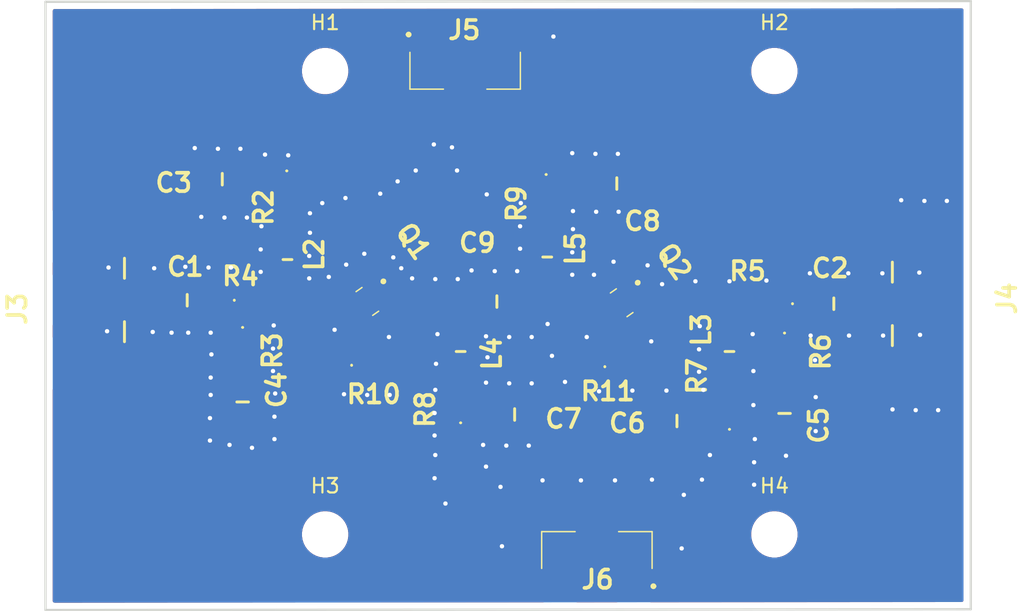
<source format=kicad_pcb>
(kicad_pcb (version 20240108) (generator "pcbnew") (generator_version "8.0")
  (layers (0 "F.Cu" signal) (31 "B.Cu" signal) (34 "B.Paste" user) (35 "F.Paste" user) (36 "B.SilkS" user "B.Silkscreen") (37 "F.SilkS" user "F.Silkscreen") (38 "B.Mask" user) (39 "F.Mask" user) (44 "Edge.Cuts" user))
  (net 0 "")
  (net 1 "GND")
  (net 2 "Net-(Q1-GATE)")
  (net 3 "Net-(Q1-DRAIN)")
  (net 4 "Net-(Q2-GATE)")
  (net 5 "Net-(Q2-DRAIN)")
  (net 6 "Net-(C1-Pad1)")
  (net 7 "Net-(C1-Pad2)")
  (net 8 "Net-(C2-Pad1)")
  (net 9 "Net-(C2-Pad2)")
  (net 10 "Net-(C3-Pad1)")
  (net 11 "Net-(C4-Pad2)")
  (net 12 "Net-(C5-Pad2)")
  (net 13 "Net-(C6-Pad1)")
  (net 14 "Net-(L2-Pad1)")
  (net 15 "Net-(L3-Pad1)")
  (net 16 "Net-(L4-Pad1)")
  (net 17 "Net-(L5-Pad1)")
  (footprint "MountingHole:MountingHole_2.7mm_M2.5_DIN965" (layer "F.Cu") (at 135.65 47.130713)
    (property "Reference" "H2" (at 0 -3.35 0) (layer "F.SilkS"))
    (property "Value" "MountingHole")
    (pad "" np_thru_hole circle (at 0 0) (size 2.7 2.7) (drill 2.7) (layers "F&B.Cu" "*.Mask"))
  )
  (footprint "inductor:INDC1608X71N" (layer "F.Cu") (at 132.55 66.5 90)
    (property "Reference" "L3" (at 1.5 -1.95 270) (layer "F.SilkS") (effects (font (size 1.27 1.27) (thickness 0.254))))
    (property "Value" "L0603100GGSTR" (hide yes))
    (fp_line (start 0 -0.305) (end 0 0.305) (stroke (width 0.2)) (layer "F.SilkS"))
    (pad "1" smd rect (at -0.75 0 180) (size 0.95 0.95) (layers "F.Cu" "F.Paste" "F.Mask") (net 15 "Net-(L3-Pad1)"))
    (pad "2" smd rect (at 0.75 0 180) (size 0.95 0.95) (layers "F.Cu" "F.Paste" "F.Mask") (net 5 "Net-(Q2-DRAIN)"))
  )
  (footprint "Capacitor:GRM18x" (layer "F.Cu") (at 116.5 63.05)
    (property "Reference" "C9" (at -1.35 -4.05 0) (layer "F.SilkS") (effects (font (size 1.27 1.27) (thickness 0.254))))
    (property "Value" "C" (hide yes))
    (fp_line (start 0 -0.4) (end 0 0.4) (stroke (width 0.2)) (layer "F.SilkS"))
    (pad "1" smd rect (at -0.675 0) (size 0.65 0.7) (layers "F.Cu" "F.Paste" "F.Mask") (net 3 "Net-(Q1-DRAIN)"))
    (pad "2" smd rect (at 0.675 0) (size 0.65 0.7) (layers "F.Cu" "F.Paste" "F.Mask") (net 4 "Net-(Q2-GATE)"))
  )
  (footprint "Capacitor:GRM18x" (layer "F.Cu") (at 97.55 54.6 180)
    (property "Reference" "C3" (at 3.35 -0.25 180) (layer "F.SilkS") (effects (font (size 1.27 1.27) (thickness 0.254))))
    (property "Value" "C" (hide yes))
    (fp_line (start 0 -0.4) (end 0 0.4) (stroke (width 0.2)) (layer "F.SilkS"))
    (pad "1" smd rect (at -0.675 0 180) (size 0.65 0.7) (layers "F.Cu" "F.Paste" "F.Mask") (net 10 "Net-(C3-Pad1)"))
    (pad "2" smd rect (at 0.675 0 180) (size 0.65 0.7) (layers "F.Cu" "F.Paste" "F.Mask") (net 1 "GND"))
  )
  (footprint "SMA connector:142-0701-851" (layer "F.Cu") (at 150.19 65.4 -90)
    (property "Reference" "J4" (at -2.566 -1.51 90) (layer "F.SilkS") (effects (font (size 1.27 1.27) (thickness 0.254))))
    (property "Value" "142-0701-801" (hide yes))
    (fp_line (start -5.07325 6.4) (end -3.68975 6.4) (stroke (width 0.2)) (layer "F.SilkS"))
    (fp_line (start -0.69175 6.4) (end 0.69175 6.4) (stroke (width 0.2)) (layer "F.SilkS"))
    (pad "1" smd rect (at -6.57225 4.19 270) (size 2.413 5.08) (layers "F.Cu" "F.Paste" "F.Mask") (net 1 "GND"))
    (pad "2" smd rect (at -2.19075 4.19 270) (size 2.286 5.08) (layers "F.Cu" "F.Paste" "F.Mask") (net 9 "Net-(C2-Pad2)"))
    (pad "3" smd rect (at 2.19075 4.19 270) (size 2.413 5.08) (layers "F.Cu" "F.Paste" "F.Mask") (net 1 "GND"))
  )
  (footprint "Resistor:ERA3AEB101V" (layer "F.Cu") (at 135.6 63.2 180)
    (property "Reference" "R5" (at 1.8 2.25 180) (layer "F.SilkS") (effects (font (size 1.27 1.27) (thickness 0.254))))
    (property "Value" "ERA-3APB682V" (hide yes))
    (fp_line (start -1.3 0.05) (end -1.3 0.05) (stroke (width 0.1)) (layer "F.SilkS"))
    (fp_line (start -1.3 -0.05) (end -1.3 -0.05) (stroke (width 0.1)) (layer "F.SilkS"))
    (fp_arc (start -1.3 0.05) (mid -1.35 0) (end -1.3 -0.05) (stroke (width 0.1)) (layer "F.SilkS"))
    (fp_arc (start -1.3 -0.05) (mid -1.25 0) (end -1.3 0.05) (stroke (width 0.1)) (layer "F.SilkS"))
    (pad "1" smd rect (at -0.725 0 180) (size 0.65 0.9) (layers "F.Cu" "F.Paste" "F.Mask") (net 8 "Net-(C2-Pad1)"))
    (pad "2" smd rect (at 0.725 0 180) (size 0.65 0.9) (layers "F.Cu" "F.Paste" "F.Mask") (net 5 "Net-(Q2-DRAIN)"))
  )
  (footprint "Resistor:ERA3AEB101V" (layer "F.Cu") (at 136.35 66.525 -90)
    (property "Reference" "R6" (at 0 -2.5 90) (layer "F.SilkS") (effects (font (size 1.27 1.27) (thickness 0.254))))
    (property "Value" "ERA-3APB682V" (hide yes))
    (fp_line (start -1.3 0.05) (end -1.3 0.05) (stroke (width 0.1)) (layer "F.SilkS"))
    (fp_line (start -1.3 -0.05) (end -1.3 -0.05) (stroke (width 0.1)) (layer "F.SilkS"))
    (fp_arc (start -1.3 0.05) (mid -1.35 0) (end -1.3 -0.05) (stroke (width 0.1)) (layer "F.SilkS"))
    (fp_arc (start -1.3 -0.05) (mid -1.25 0) (end -1.3 0.05) (stroke (width 0.1)) (layer "F.SilkS"))
    (pad "1" smd rect (at -0.725 0 270) (size 0.65 0.9) (layers "F.Cu" "F.Paste" "F.Mask") (net 8 "Net-(C2-Pad1)"))
    (pad "2" smd rect (at 0.725 0 270) (size 0.65 0.9) (layers "F.Cu" "F.Paste" "F.Mask") (net 12 "Net-(C5-Pad2)"))
  )
  (footprint "Capacitor:GRM18x" (layer "F.Cu") (at 136.35 70.775 90)
    (property "Reference" "C5" (at -0.825 2.35 270) (layer "F.SilkS") (effects (font (size 1.27 1.27) (thickness 0.254))))
    (property "Value" "C" (hide yes))
    (fp_line (start 0 -0.4) (end 0 0.4) (stroke (width 0.2)) (layer "F.SilkS"))
    (pad "1" smd rect (at -0.675 0 90) (size 0.65 0.7) (layers "F.Cu" "F.Paste" "F.Mask") (net 1 "GND"))
    (pad "2" smd rect (at 0.675 0 90) (size 0.65 0.7) (layers "F.Cu" "F.Paste" "F.Mask") (net 12 "Net-(C5-Pad2)"))
  )
  (footprint "MountingHole:MountingHole_2.7mm_M2.5_DIN965" (layer "F.Cu") (at 104.65 47.130713)
    (property "Reference" "H1" (at 0 -3.35 0) (layer "F.SilkS"))
    (property "Value" "MountingHole")
    (pad "" np_thru_hole circle (at 0 0) (size 2.7 2.7) (drill 2.7) (layers "F&B.Cu" "*.Mask"))
  )
  (footprint "Capacitor:GRM18x" (layer "F.Cu") (at 124.775 54.9)
    (property "Reference" "C8" (at 1.775 2.6 0) (layer "F.SilkS") (effects (font (size 1.27 1.27) (thickness 0.254))))
    (property "Value" "C" (hide yes))
    (fp_line (start 0 -0.4) (end 0 0.4) (stroke (width 0.2)) (layer "F.SilkS"))
    (pad "1" smd rect (at -0.675 0) (size 0.65 0.7) (layers "F.Cu" "F.Paste" "F.Mask") (net 10 "Net-(C3-Pad1)"))
    (pad "2" smd rect (at 0.675 0) (size 0.65 0.7) (layers "F.Cu" "F.Paste" "F.Mask") (net 1 "GND"))
  )
  (footprint "Capacitor:GRM18x" (layer "F.Cu") (at 128.925 71.3 180)
    (property "Reference" "C6" (at 3.425 -0.15 180) (layer "F.SilkS") (effects (font (size 1.27 1.27) (thickness 0.254))))
    (property "Value" "C" (hide yes))
    (fp_line (start 0 -0.4) (end 0 0.4) (stroke (width 0.2)) (layer "F.SilkS"))
    (pad "1" smd rect (at -0.675 0 180) (size 0.65 0.7) (layers "F.Cu" "F.Paste" "F.Mask") (net 13 "Net-(C6-Pad1)"))
    (pad "2" smd rect (at 0.675 0 180) (size 0.65 0.7) (layers "F.Cu" "F.Paste" "F.Mask") (net 1 "GND"))
  )
  (footprint "pin header:TSM10301TSV" (layer "F.Cu") (at 114.31 47.11 180)
    (property "Reference" "J5" (at 0.06 2.81 180) (layer "F.SilkS") (effects (font (size 1.27 1.27) (thickness 0.254))))
    (property "Value" "TSM-103-01-T-SV" (hide yes))
    (fp_line (start 4 2.5) (end 4 2.5) (stroke (width 0.2)) (layer "F.SilkS"))
    (fp_line (start 3.81 -1.27) (end 3.81 1.27) (stroke (width 0.1)) (layer "F.SilkS"))
    (fp_line (start 3.8 2.5) (end 3.8 2.5) (stroke (width 0.2)) (layer "F.SilkS"))
    (fp_line (start 1.5 -1.27) (end 3.81 -1.27) (stroke (width 0.1)) (layer "F.SilkS"))
    (fp_line (start -1.5 -1.27) (end -3.81 -1.27) (stroke (width 0.1)) (layer "F.SilkS"))
    (fp_line (start -3.81 -1.27) (end -3.81 1.27) (stroke (width 0.1)) (layer "F.SilkS"))
    (fp_arc (start 4 2.5) (mid 3.9 2.6) (end 3.8 2.5) (stroke (width 0.2)) (layer "F.SilkS"))
    (fp_arc (start 3.8 2.5) (mid 3.9 2.4) (end 4 2.5) (stroke (width 0.2)) (layer "F.SilkS"))
    (pad "1" smd rect (at 2.54 1.46 180) (size 1.27 3.43) (layers "F.Cu" "F.Paste" "F.Mask") (net 1 "GND"))
    (pad "2" smd rect (at 0 -1.46 180) (size 1.27 3.43) (layers "F.Cu" "F.Paste" "F.Mask") (net 10 "Net-(C3-Pad1)"))
    (pad "3" smd rect (at -2.54 1.46 180) (size 1.27 3.43) (layers "F.Cu" "F.Paste" "F.Mask") (net 1 "GND"))
  )
  (footprint "SMA connector:142-0701-851" (layer "F.Cu") (at 84.4 60.75 90)
    (property "Reference" "J3" (at -2.8 -1 270) (layer "F.SilkS") (effects (font (size 1.27 1.27) (thickness 0.254))))
    (property "Value" "142-0701-801" (hide yes))
    (fp_line (start -0.69175 6.4) (end 0.69175 6.4) (stroke (width 0.2)) (layer "F.SilkS"))
    (fp_line (start -5.07325 6.4) (end -3.68975 6.4) (stroke (width 0.2)) (layer "F.SilkS"))
    (pad "1" smd rect (at -6.57225 4.19 90) (size 2.413 5.08) (layers "F.Cu" "F.Paste" "F.Mask") (net 1 "GND"))
    (pad "2" smd rect (at -2.19075 4.19 90) (size 2.286 5.08) (layers "F.Cu" "F.Paste" "F.Mask") (net 7 "Net-(C1-Pad2)"))
    (pad "3" smd rect (at 2.19075 4.19 90) (size 2.413 5.08) (layers "F.Cu" "F.Paste" "F.Mask") (net 1 "GND"))
  )
  (footprint "Resistor:ERA3AEB101V" (layer "F.Cu") (at 125.25 67.55)
    (property "Reference" "R11" (at -1.1 1.7 0) (layer "F.SilkS") (effects (font (size 1.27 1.27) (thickness 0.254))))
    (property "Value" "ERA-3APB682V" (hide yes))
    (fp_line (start -1.3 -0.05) (end -1.3 -0.05) (stroke (width 0.1)) (layer "F.SilkS"))
    (fp_line (start -1.3 0.05) (end -1.3 0.05) (stroke (width 0.1)) (layer "F.SilkS"))
    (fp_arc (start -1.3 -0.05) (mid -1.25 0) (end -1.3 0.05) (stroke (width 0.1)) (layer "F.SilkS"))
    (fp_arc (start -1.3 0.05) (mid -1.35 0) (end -1.3 -0.05) (stroke (width 0.1)) (layer "F.SilkS"))
    (pad "1" smd rect (at -0.725 0) (size 0.65 0.9) (layers "F.Cu" "F.Paste" "F.Mask") (net 4 "Net-(Q2-GATE)"))
    (pad "2" smd rect (at 0.725 0) (size 0.65 0.9) (layers "F.Cu" "F.Paste" "F.Mask") (net 5 "Net-(Q2-DRAIN)"))
  )
  (footprint "inductor:INDC1608X71N" (layer "F.Cu") (at 114 66.5 90)
    (property "Reference" "L4" (at -0.15 2.15 270) (layer "F.SilkS") (effects (font (size 1.27 1.27) (thickness 0.254))))
    (property "Value" "L0603100GGSTR" (hide yes))
    (fp_line (start 0 -0.305) (end 0 0.305) (stroke (width 0.2)) (layer "F.SilkS"))
    (pad "1" smd rect (at -0.75 0 180) (size 0.95 0.95) (layers "F.Cu" "F.Paste" "F.Mask") (net 16 "Net-(L4-Pad1)"))
    (pad "2" smd rect (at 0.75 0 180) (size 0.95 0.95) (layers "F.Cu" "F.Paste" "F.Mask") (net 3 "Net-(Q1-DRAIN)"))
  )
  (footprint "Resistor:ERA3AEB101V" (layer "F.Cu") (at 99.68 62.96)
    (property "Reference" "R4" (at -0.88 -1.66 0) (layer "F.SilkS") (effects (font (size 1.27 1.27) (thickness 0.254))))
    (property "Value" "ERA-3APB682V" (hide yes))
    (fp_line (start -1.3 -0.05) (end -1.3 -0.05) (stroke (width 0.1)) (layer "F.SilkS"))
    (fp_line (start -1.3 0.05) (end -1.3 0.05) (stroke (width 0.1)) (layer "F.SilkS"))
    (fp_arc (start -1.3 -0.05) (mid -1.25 0) (end -1.3 0.05) (stroke (width 0.1)) (layer "F.SilkS"))
    (fp_arc (start -1.3 0.05) (mid -1.35 0) (end -1.3 -0.05) (stroke (width 0.1)) (layer "F.SilkS"))
    (pad "1" smd rect (at -0.725 0) (size 0.65 0.9) (layers "F.Cu" "F.Paste" "F.Mask") (net 6 "Net-(C1-Pad1)"))
    (pad "2" smd rect (at 0.725 0) (size 0.65 0.9) (layers "F.Cu" "F.Paste" "F.Mask") (net 2 "Net-(Q1-GATE)"))
  )
  (footprint "inductor:INDC1608X71N" (layer "F.Cu") (at 119.975 59.975 -90)
    (property "Reference" "L5" (at -0.575 -1.925 90) (layer "F.SilkS") (effects (font (size 1.27 1.27) (thickness 0.254))))
    (property "Value" "L0603100GGSTR" (hide yes))
    (fp_line (start 0 -0.305) (end 0 0.305) (stroke (width 0.2)) (layer "F.SilkS"))
    (pad "1" smd rect (at -0.75 0) (size 0.95 0.95) (layers "F.Cu" "F.Paste" "F.Mask") (net 17 "Net-(L5-Pad1)"))
    (pad "2" smd rect (at 0.75 0) (size 0.95 0.95) (layers "F.Cu" "F.Paste" "F.Mask") (net 4 "Net-(Q2-GATE)"))
  )
  (footprint "Resistor:ERA3AEB101V" (layer "F.Cu") (at 114 70.125 90)
    (property "Reference" "R8" (at -0.375 -2.45 270) (layer "F.SilkS") (effects (font (size 1.27 1.27) (thickness 0.254))))
    (property "Value" "ERA-3APB682V" (hide yes))
    (fp_line (start -1.3 -0.05) (end -1.3 -0.05) (stroke (width 0.1)) (layer "F.SilkS"))
    (fp_line (start -1.3 0.05) (end -1.3 0.05) (stroke (width 0.1)) (layer "F.SilkS"))
    (fp_arc (start -1.3 -0.05) (mid -1.25 0) (end -1.3 0.05) (stroke (width 0.1)) (layer "F.SilkS"))
    (fp_arc (start -1.3 0.05) (mid -1.35 0) (end -1.3 -0.05) (stroke (width 0.1)) (layer "F.SilkS"))
    (pad "1" smd rect (at -0.725 0 90) (size 0.65 0.9) (layers "F.Cu" "F.Paste" "F.Mask") (net 13 "Net-(C6-Pad1)"))
    (pad "2" smd rect (at 0.725 0 90) (size 0.65 0.9) (layers "F.Cu" "F.Paste" "F.Mask") (net 16 "Net-(L4-Pad1)"))
  )
  (footprint "inductor:INDC1608X71N" (layer "F.Cu") (at 102.05 60.15 -90)
    (property "Reference" "L2" (at -0.35 -1.85 90) (layer "F.SilkS") (effects (font (size 1.27 1.27) (thickness 0.254))))
    (property "Value" "L0603100GGSTR" (hide yes))
    (fp_line (start 0 -0.305) (end 0 0.305) (stroke (width 0.2)) (layer "F.SilkS"))
    (pad "1" smd rect (at -0.75 0) (size 0.95 0.95) (layers "F.Cu" "F.Paste" "F.Mask") (net 14 "Net-(L2-Pad1)"))
    (pad "2" smd rect (at 0.75 0) (size 0.95 0.95) (layers "F.Cu" "F.Paste" "F.Mask") (net 2 "Net-(Q1-GATE)"))
  )
  (footprint "Resistor:ERA3AEB101V" (layer "F.Cu") (at 107.775 67.45)
    (property "Reference" "R10" (at 0.225 2 0) (layer "F.SilkS") (effects (font (size 1.27 1.27) (thickness 0.254))))
    (property "Value" "ERA-3APB682V" (hide yes))
    (fp_line (start -1.3 -0.05) (end -1.3 -0.05) (stroke (width 0.1)) (layer "F.SilkS"))
    (fp_line (start -1.3 0.05) (end -1.3 0.05) (stroke (width 0.1)) (layer "F.SilkS"))
    (fp_arc (start -1.3 -0.05) (mid -1.25 0) (end -1.3 0.05) (stroke (width 0.1)) (layer "F.SilkS"))
    (fp_arc (start -1.3 0.05) (mid -1.35 0) (end -1.3 -0.05) (stroke (width 0.1)) (layer "F.SilkS"))
    (pad "1" smd rect (at -0.725 0) (size 0.65 0.9) (layers "F.Cu" "F.Paste" "F.Mask") (net 2 "Net-(Q1-GATE)"))
    (pad "2" smd rect (at 0.725 0) (size 0.65 0.9) (layers "F.Cu" "F.Paste" "F.Mask") (net 3 "Net-(Q1-DRAIN)"))
  )
  (footprint "pin header:TSM10301TSV" (layer "F.Cu") (at 123.4 80.21)
    (property "Reference" "J6" (at 0.05 2.04 360) (layer "F.SilkS") (effects (font (size 1.27 1.27) (thickness 0.254))))
    (property "Value" "TSM-103-01-T-SV" (hide yes))
    (fp_line (start -3.81 -1.27) (end -3.81 1.27) (stroke (width 0.1)) (layer "F.SilkS"))
    (fp_line (start -1.5 -1.27) (end -3.81 -1.27) (stroke (width 0.1)) (layer "F.SilkS"))
    (fp_line (start 1.5 -1.27) (end 3.81 -1.27) (stroke (width 0.1)) (layer "F.SilkS"))
    (fp_line (start 3.8 2.5) (end 3.8 2.5) (stroke (width 0.2)) (layer "F.SilkS"))
    (fp_line (start 3.81 -1.27) (end 3.81 1.27) (stroke (width 0.1)) (layer "F.SilkS"))
    (fp_line (start 4 2.5) (end 4 2.5) (stroke (width 0.2)) (layer "F.SilkS"))
    (fp_arc (start 3.8 2.5) (mid 3.9 2.4) (end 4 2.5) (stroke (width 0.2)) (layer "F.SilkS"))
    (fp_arc (start 4 2.5) (mid 3.9 2.6) (end 3.8 2.5) (stroke (width 0.2)) (layer "F.SilkS"))
    (pad "1" smd rect (at 2.54 1.46) (size 1.27 3.43) (layers "F.Cu" "F.Paste" "F.Mask") (net 1 "GND"))
    (pad "2" smd rect (at 0 -1.46) (size 1.27 3.43) (layers "F.Cu" "F.Paste" "F.Mask") (net 13 "Net-(C6-Pad1)"))
    (pad "3" smd rect (at -2.54 1.46) (size 1.27 3.43) (layers "F.Cu" "F.Paste" "F.Mask") (net 1 "GND"))
  )
  (footprint "Capacitor:GRM18x" (layer "F.Cu") (at 98.955 69.985 90)
    (property "Reference" "C4" (at 0.835 2.345 270) (layer "F.SilkS") (effects (font (size 1.27 1.27) (thickness 0.254))))
    (property "Value" "C" (hide yes))
    (fp_line (start 0 -0.4) (end 0 0.4) (stroke (width 0.2)) (layer "F.SilkS"))
    (pad "1" smd rect (at -0.675 0 90) (size 0.65 0.7) (layers "F.Cu" "F.Paste" "F.Mask") (net 1 "GND"))
    (pad "2" smd rect (at 0.675 0 90) (size 0.65 0.7) (layers "F.Cu" "F.Paste" "F.Mask") (net 11 "Net-(C4-Pad2)"))
  )
  (footprint "Resistor:ERA3AEB101V" (layer "F.Cu") (at 98.955 66.135 -90)
    (property "Reference" "R3" (at 0.315 -2.045 90) (layer "F.SilkS") (effects (font (size 1.27 1.27) (thickness 0.254))))
    (property "Value" "ERA-3APB682V" (hide yes))
    (fp_line (start -1.3 0.05) (end -1.3 0.05) (stroke (width 0.1)) (layer "F.SilkS"))
    (fp_line (start -1.3 -0.05) (end -1.3 -0.05) (stroke (width 0.1)) (layer "F.SilkS"))
    (fp_arc (start -1.3 0.05) (mid -1.35 0) (end -1.3 -0.05) (stroke (width 0.1)) (layer "F.SilkS"))
    (fp_arc (start -1.3 -0.05) (mid -1.25 0) (end -1.3 0.05) (stroke (width 0.1)) (layer "F.SilkS"))
    (pad "1" smd rect (at -0.725 0 270) (size 0.65 0.9) (layers "F.Cu" "F.Paste" "F.Mask") (net 6 "Net-(C1-Pad1)"))
    (pad "2" smd rect (at 0.725 0 270) (size 0.65 0.9) (layers "F.Cu" "F.Paste" "F.Mask") (net 11 "Net-(C4-Pad2)"))
  )
  (footprint "Capacitor:GRM18x" (layer "F.Cu") (at 95.13 62.96 180)
    (property "Reference" "C1" (at 0.13 2.31 180) (layer "F.SilkS") (effects (font (size 1.27 1.27) (thickness 0.254))))
    (property "Value" "C" (hide yes))
    (fp_line (start 0 -0.4) (end 0 0.4) (stroke (width 0.2)) (layer "F.SilkS"))
    (pad "1" smd rect (at -0.675 0 180) (size 0.65 0.7) (layers "F.Cu" "F.Paste" "F.Mask") (net 6 "Net-(C1-Pad1)"))
    (pad "2" smd rect (at 0.675 0 180) (size 0.65 0.7) (layers "F.Cu" "F.Paste" "F.Mask") (net 7 "Net-(C1-Pad2)"))
  )
  (footprint "KiCad:SKY65050372LF" (layer "F.Cu") (at 125.110988 63.132777 125)
    (property "Reference" "Q2" (at 0.233224 4.605718 305) (layer "F.SilkS") (effects (font (size 1.27 1.27) (thickness 0.254))))
    (property "Value" "SKY65050-372LF" (hide yes))
    (fp_line (start 1 0.25) (end 1 -0.25) (stroke (width 0.1)) (layer "F.SilkS"))
    (fp_line (start -1 0.25) (end -1 -0.25) (stroke (width 0.1)) (layer "F.SilkS"))
    (fp_line (start 0.5 1.6) (end 0.5 1.6) (stroke (width 0.2)) (layer "F.SilkS"))
    (fp_line (start 0.500001 1.8) (end 0.500001 1.8) (stroke (width 0.2)) (layer "F.SilkS"))
    (fp_arc (start 0.5 1.6) (mid 0.6 1.699999) (end 0.500001 1.8) (stroke (width 0.2)) (layer "F.SilkS"))
    (fp_arc (start 0.500001 1.8) (mid 0.4 1.7) (end 0.5 1.6) (stroke (width 0.2)) (layer "F.SilkS"))
    (pad "1" smd rect (at 0.5 0.825 215) (size 0.75 0.822) (layers "F.Cu" "F.Paste" "F.Mask") (net 1 "GND"))
    (pad "2" smd rect (at -0.65 0.825 125) (size 0.4 0.75) (layers "F.Cu" "F.Paste" "F.Mask") (net 5 "Net-(Q2-DRAIN)"))
    (pad "3" smd rect (at -0.65 -0.825 125) (size 0.4 0.75) (layers "F.Cu" "F.Paste" "F.Mask") (net 1 "GND"))
    (pad "4" smd rect (at 0.65 -0.825 125) (size 0.4 0.75) (layers "F.Cu" "F.Paste" "F.Mask") (net 4 "Net-(Q2-GATE)"))
  )
  (footprint "Resistor:ERA3AEB101V" (layer "F.Cu") (at 119.9 55.575 -90)
    (property "Reference" "R9" (at 0.725 2.05 90) (layer "F.SilkS") (effects (font (size 1.27 1.27) (thickness 0.254))))
    (property "Value" "ERA-3APB682V" (hide yes))
    (fp_line (start -1.3 0.05) (end -1.3 0.05) (stroke (width 0.1)) (layer "F.SilkS"))
    (fp_line (start -1.3 -0.05) (end -1.3 -0.05) (stroke (width 0.1)) (layer "F.SilkS"))
    (fp_arc (start -1.3 0.05) (mid -1.35 0) (end -1.3 -0.05) (stroke (width 0.1)) (layer "F.SilkS"))
    (fp_arc (start -1.3 -0.05) (mid -1.25 0) (end -1.3 0.05) (stroke (width 0.1)) (layer "F.SilkS"))
    (pad "1" smd rect (at -0.725 0 270) (size 0.65 0.9) (layers "F.Cu" "F.Paste" "F.Mask") (net 10 "Net-(C3-Pad1)"))
    (pad "2" smd rect (at 0.725 0 270) (size 0.65 0.9) (layers "F.Cu" "F.Paste" "F.Mask") (net 17 "Net-(L5-Pad1)"))
  )
  (footprint "KiCad:SKY65050372LF" (layer "F.Cu") (at 107.560988 63.040752 125)
    (property "Reference" "Q1" (at 1.562763 4.987323 -55) (layer "F.SilkS") (effects (font (size 1.27 1.27) (thickness 0.254))))
    (property "Value" "SKY65050-372LF" (hide yes))
    (fp_line (start 1 0.25) (end 1 -0.25) (stroke (width 0.1)) (layer "F.SilkS"))
    (fp_line (start -1 0.25) (end -1 -0.25) (stroke (width 0.1)) (layer "F.SilkS"))
    (fp_line (start 0.500001 1.6) (end 0.500001 1.6) (stroke (width 0.2)) (layer "F.SilkS"))
    (fp_line (start 0.500001 1.8) (end 0.500001 1.8) (stroke (width 0.2)) (layer "F.SilkS"))
    (fp_arc (start 0.500001 1.6) (mid 0.6 1.7) (end 0.500001 1.8) (stroke (width 0.2)) (layer "F.SilkS"))
    (fp_arc (start 0.500001 1.8) (mid 0.4 1.7) (end 0.500001 1.6) (stroke (width 0.2)) (layer "F.SilkS"))
    (pad "1" smd rect (at 0.5 0.825 215) (size 0.75 0.822) (layers "F.Cu" "F.Paste" "F.Mask") (net 1 "GND"))
    (pad "2" smd rect (at -0.65 0.825001 125) (size 0.4 0.75) (layers "F.Cu" "F.Paste" "F.Mask") (net 3 "Net-(Q1-DRAIN)"))
    (pad "3" smd rect (at -0.650001 -0.825 125) (size 0.4 0.75) (layers "F.Cu" "F.Paste" "F.Mask") (net 1 "GND"))
    (pad "4" smd rect (at 0.65 -0.825001 125) (size 0.4 0.75) (layers "F.Cu" "F.Paste" "F.Mask") (net 2 "Net-(Q1-GATE)"))
  )
  (footprint "Resistor:ERA3AEB101V" (layer "F.Cu") (at 102 55.325 -90)
    (property "Reference" "R2" (at 1.225 1.6 90) (layer "F.SilkS") (effects (font (size 1.27 1.27) (thickness 0.254))))
    (property "Value" "ERA-3APB682V" (hide yes))
    (fp_line (start -1.3 0.05) (end -1.3 0.05) (stroke (width 0.1)) (layer "F.SilkS"))
    (fp_line (start -1.3 -0.05) (end -1.3 -0.05) (stroke (width 0.1)) (layer "F.SilkS"))
    (fp_arc (start -1.3 0.05) (mid -1.35 0) (end -1.3 -0.05) (stroke (width 0.1)) (layer "F.SilkS"))
    (fp_arc (start -1.3 -0.05) (mid -1.25 0) (end -1.3 0.05) (stroke (width 0.1)) (layer "F.SilkS"))
    (pad "1" smd rect (at -0.725 0 270) (size 0.65 0.9) (layers "F.Cu" "F.Paste" "F.Mask") (net 10 "Net-(C3-Pad1)"))
    (pad "2" smd rect (at 0.725 0 270) (size 0.65 0.9) (layers "F.Cu" "F.Paste" "F.Mask") (net 14 "Net-(L2-Pad1)"))
  )
  (footprint "Capacitor:GRM18x" (layer "F.Cu") (at 139.75 63.2)
    (property "Reference" "C2" (at -0.25 -2.45 0) (layer "F.SilkS") (effects (font (size 1.27 1.27) (thickness 0.254))))
    (property "Value" "C" (hide yes))
    (fp_line (start 0 -0.4) (end 0 0.4) (stroke (width 0.2)) (layer "F.SilkS"))
    (pad "1" smd rect (at -0.675 0) (size 0.65 0.7) (layers "F.Cu" "F.Paste" "F.Mask") (net 8 "Net-(C2-Pad1)"))
    (pad "2" smd rect (at 0.675 0) (size 0.65 0.7) (layers "F.Cu" "F.Paste" "F.Mask") (net 9 "Net-(C2-Pad2)"))
  )
  (footprint "MountingHole:MountingHole_2.7mm_M2.5_DIN965" (layer "F.Cu") (at 135.65 79.130713)
    (property "Reference" "H4" (at 0 -3.35 0) (layer "F.SilkS"))
    (property "Value" "MountingHole")
    (pad "" np_thru_hole circle (at 0 0) (size 2.7 2.7) (drill 2.7) (layers "F&B.Cu" "*.Mask"))
  )
  (footprint "Resistor:ERA3AEB101V" (layer "F.Cu") (at 132.55 70.575 90)
    (property "Reference" "R7" (at 2.375 -2.25 270) (layer "F.SilkS") (effects (font (size 1.27 1.27) (thickness 0.254))))
    (property "Value" "ERA-3APB682V" (hide yes))
    (fp_line (start -1.3 -0.05) (end -1.3 -0.05) (stroke (width 0.1)) (layer "F.SilkS"))
    (fp_line (start -1.3 0.05) (end -1.3 0.05) (stroke (width 0.1)) (layer "F.SilkS"))
    (fp_arc (start -1.3 -0.05) (mid -1.25 0) (end -1.3 0.05) (stroke (width 0.1)) (layer "F.SilkS"))
    (fp_arc (start -1.3 0.05) (mid -1.35 0) (end -1.3 -0.05) (stroke (width 0.1)) (layer "F.SilkS"))
    (pad "1" smd rect (at -0.725 0 90) (size 0.65 0.9) (layers "F.Cu" "F.Paste" "F.Mask") (net 13 "Net-(C6-Pad1)"))
    (pad "2" smd rect (at 0.725 0 90) (size 0.65 0.9) (layers "F.Cu" "F.Paste" "F.Mask") (net 15 "Net-(L3-Pad1)"))
  )
  (footprint "MountingHole:MountingHole_2.7mm_M2.5_DIN965" (layer "F.Cu") (at 104.65 79.130713)
    (property "Reference" "H3" (at 0 -3.35 0) (layer "F.SilkS"))
    (property "Value" "MountingHole")
    (pad "" np_thru_hole circle (at 0 0) (size 2.7 2.7) (drill 2.7) (layers "F&B.Cu" "*.Mask"))
  )
  (footprint "Capacitor:GRM18x" (layer "F.Cu") (at 117.725 70.85)
    (property "Reference" "C7" (at 3.375 0.3 360) (layer "F.SilkS") (effects (font (size 1.27 1.27) (thickness 0.254))))
    (property "Value" "C" (hide yes))
    (fp_line (start 0 -0.4) (end 0 0.4) (stroke (width 0.2)) (layer "F.SilkS"))
    (pad "1" smd rect (at -0.675 0) (size 0.65 0.7) (layers "F.Cu" "F.Paste" "F.Mask") (net 13 "Net-(C6-Pad1)"))
    (pad "2" smd rect (at 0.675 0) (size 0.65 0.7) (layers "F.Cu" "F.Paste" "F.Mask") (net 1 "GND"))
  )
  (gr_line (start 85.35 42.35) (end 149.2 42.3) (stroke (width 0.1524)) (layer "Edge.Cuts"))
  (gr_line (start 149.2 42.3) (end 149.2 84.3) (stroke (width 0.1524)) (layer "Edge.Cuts"))
  (gr_line (start 149.2 84.3) (end 85.35 84.35) (stroke (width 0.1524)) (layer "Edge.Cuts"))
  (gr_line (start 85.35 84.35) (end 85.35 42.35) (stroke (width 0.1524)) (layer "Edge.Cuts"))
  (via (at 109.35 60) (size 0.6) (drill 0.3) (layers "F.Cu" "B.Cu") (net 1))
  (via (at 116.85 79.95) (size 0.6) (drill 0.3) (layers "F.Cu" "B.Cu") (net 1))
  (via (at 118.7 73) (size 0.6) (drill 0.3) (layers "F.Cu" "B.Cu") (net 1))
  (via (at 110.65 61.45) (size 0.6) (drill 0.3) (layers "F.Cu" "B.Cu") (net 1))
  (via (at 115.8 55.65) (size 0.6) (drill 0.3) (layers "F.Cu" "B.Cu") (net 1))
  (via (at 130.2 61.65) (size 0.6) (drill 0.3) (layers "F.Cu" "B.Cu") (net 1))
  (via (at 117.35 68.7) (size 0.6) (drill 0.3) (layers "F.Cu" "B.Cu") (net 1))
  (via (at 96.75 65.2) (size 0.6) (drill 0.3) (layers "F.Cu" "B.Cu") (net 1))
  (via (at 116.75 75.85) (size 0.6) (drill 0.3) (layers "F.Cu" "B.Cu") (net 1))
  (via (at 131.2 73.65) (size 0.6) (drill 0.3) (layers "F.Cu" "B.Cu") (net 1))
  (via (at 145.65 61.05) (size 0.6) (drill 0.3) (layers "F.Cu" "B.Cu") (net 1))
  (via (at 115.55 72.95) (size 0.6) (drill 0.3) (layers "F.Cu" "B.Cu") (net 1))
  (via (at 112.25 73.65) (size 0.6) (drill 0.3) (layers "F.Cu" "B.Cu") (net 1))
  (via (at 103.6 56.95) (size 0.6) (drill 0.3) (layers "F.Cu" "B.Cu") (net 1))
  (via (at 98.05 72.95) (size 0.6) (drill 0.3) (layers "F.Cu" "B.Cu") (net 1))
  (via (at 110.9 54) (size 0.6) (drill 0.3) (layers "F.Cu" "B.Cu") (net 1))
  (via (at 121.75 56.8) (size 0.6) (drill 0.3) (layers "F.Cu" "B.Cu") (net 1))
  (via (at 89.7 60.7) (size 0.6) (drill 0.3) (layers "F.Cu" "B.Cu") (net 1))
  (via (at 127.15 65.8) (size 0.6) (drill 0.3) (layers "F.Cu" "B.Cu") (net 1))
  (via (at 96.75 68.3) (size 0.6) (drill 0.3) (layers "F.Cu" "B.Cu") (net 1))
  (via (at 96.75 69.5) (size 0.6) (drill 0.3) (layers "F.Cu" "B.Cu") (net 1))
  (via (at 94.05 65.2) (size 0.6) (drill 0.3) (layers "F.Cu" "B.Cu") (net 1))
  (via (at 97.7 57.25) (size 0.6) (drill 0.3) (layers "F.Cu" "B.Cu") (net 1))
  (via (at 109.65 54.75) (size 0.6) (drill 0.3) (layers "F.Cu" "B.Cu") (net 1))
  (via (at 143.1 61.1) (size 0.6) (drill 0.3) (layers "F.Cu" "B.Cu") (net 1))
  (via (at 112.2 75.25) (size 0.6) (drill 0.3) (layers "F.Cu" "B.Cu") (net 1))
  (via (at 101.05 67.85) (size 0.6) (drill 0.3) (layers "F.Cu" "B.Cu") (net 1))
  (via (at 134.15 65.3) (size 0.6) (drill 0.3) (layers "F.Cu" "B.Cu") (net 1))
  (via (at 95.65 52.45) (size 0.6) (drill 0.3) (layers "F.Cu" "B.Cu") (net 1))
  (via (at 115.75 65.45) (size 0.6) (drill 0.3) (layers "F.Cu" "B.Cu") (net 1))
  (via (at 143.15 65.4) (size 0.6) (drill 0.3) (layers "F.Cu" "B.Cu") (net 1))
  (via (at 113.4 52.4) (size 0.6) (drill 0.3) (layers "F.Cu" "B.Cu") (net 1))
  (via (at 144.4 56.05) (size 0.6) (drill 0.3) (layers "F.Cu" "B.Cu") (net 1))
  (via (at 115.75 74.45) (size 0.6) (drill 0.3) (layers "F.Cu" "B.Cu") (net 1))
  (via (at 92.85 60.75) (size 0.6) (drill 0.3) (layers "F.Cu" "B.Cu") (net 1))
  (via (at 121.2 68.6) (size 0.6) (drill 0.3) (layers "F.Cu" "B.Cu") (net 1))
  (via (at 109.9 60.75) (size 0.6) (drill 0.3) (layers "F.Cu" "B.Cu") (net 1))
  (via (at 106.05 55.9) (size 0.6) (drill 0.3) (layers "F.Cu" "B.Cu") (net 1))
  (via (at 100.5 52.9) (size 0.6) (drill 0.3) (layers "F.Cu" "B.Cu") (net 1))
  (via (at 102.1 52.95) (size 0.6) (drill 0.3) (layers "F.Cu" "B.Cu") (net 1))
  (via (at 104.9 61.35) (size 0.6) (drill 0.3) (layers "F.Cu" "B.Cu") (net 1))
  (via (at 101.15 71) (size 0.6) (drill 0.3) (layers "F.Cu" "B.Cu") (net 1))
  (via (at 146 56.1) (size 0.6) (drill 0.3) (layers "F.Cu" "B.Cu") (net 1))
  (via (at 103.55 61.45) (size 0.6) (drill 0.3) (layers "F.Cu" "B.Cu") (net 1))
  (via (at 130.45 66.35) (size 0.6) (drill 0.3) (layers "F.Cu" "B.Cu") (net 1))
  (via (at 96.7 72.65) (size 0.6) (drill 0.3) (layers "F.Cu" "B.Cu") (net 1))
  (via (at 121.7 59.65) (size 0.6) (drill 0.3) (layers "F.Cu" "B.Cu") (net 1))
  (via (at 145.4 70.55) (size 0.6) (drill 0.3) (layers "F.Cu" "B.Cu") (net 1))
  (via (at 96.6 60.7) (size 0.6) (drill 0.3) (layers "F.Cu" "B.Cu") (net 1))
  (via (at 119.65 75.4) (size 0.6) (drill 0.3) (layers "F.Cu" "B.Cu") (net 1))
  (via (at 109.05 65.5) (size 0.6) (drill 0.3) (layers "F.Cu" "B.Cu") (net 1))
  (via (at 89.6 65.1) (size 0.6) (drill 0.3) (layers "F.Cu" "B.Cu") (net 1))
  (via (at 112.2 72.3) (size 0.6) (drill 0.3) (layers "F.Cu" "B.Cu") (net 1))
  (via (at 106.1 60.5) (size 0.6) (drill 0.3) (layers "F.Cu" "B.Cu") (net 1))
  (via (at 98.15 60.7) (size 0.6) (drill 0.3) (layers "F.Cu" "B.Cu") (net 1))
  (via (at 116.35 60.95) (size 0.6) (drill 0.3) (layers "F.Cu" "B.Cu") (net 1))
  (via (at 138.5 69.65) (size 0.6) (drill 0.3) (layers "F.Cu" "B.Cu") (net 1))
  (via (at 114.75 60.9) (size 0.6) (drill 0.3) (layers "F.Cu" "B.Cu") (net 1))
  (via (at 97.25 52.5) (size 0.6) (drill 0.3) (layers "F.Cu" "B.Cu") (net 1))
  (via (at 120.3 66.8) (size 0.6) (drill 0.3) (layers "F.Cu" "B.Cu") (net 1))
  (via (at 92.75 65.15) (size 0.6) (drill 0.3) (layers "F.Cu" "B.Cu") (net 1))
  (via (at 118.15 56.25) (size 0.6) (drill 0.3) (layers "F.Cu" "B.Cu") (net 1))
  (via (at 113.8 61.5) (size 0.6) (drill 0.3) (layers "F.Cu" "B.Cu") (net 1))
  (via (at 112.15 52.2) (size 0.6) (drill 0.3) (layers "F.Cu" "B.Cu") (net 1))
  (via (at 112.25 69.15) (size 0.6) (drill 0.3) (layers "F.Cu" "B.Cu") (net 1))
  (via (at 118.1 57.85) (size 0.6) (drill 0.3) (layers "F.Cu" "B.Cu") (net 1))
  (via (at 117.9 60.95) (size 0.6) (drill 0.3) (layers "F.Cu" "B.Cu") (net 1))
  (via (at 115.75 68.65) (size 0.6) (drill 0.3) (layers "F.Cu" "B.Cu") (net 1))
  (via (at 115.85 66.9) (size 0.6) (drill 0.3) (layers "F.Cu" "B.Cu") (net 1))
  (via (at 112.4 65.3) (size 0.6) (drill 0.3) (layers "F.Cu" "B.Cu") (net 1))
  (via (at 127.2 75.35) (size 0.6) (drill 0.3) (layers "F.Cu" "B.Cu") (net 1))
  (via (at 134.25 74.15) (size 0.6) (drill 0.3) (layers "F.Cu" "B.Cu") (net 1))
  (via (at 100.2 59.45) (size 0.6) (drill 0.3) (layers "F.Cu" "B.Cu") (net 1))
  (via (at 95 60.65) (size 0.6) (drill 0.3) (layers "F.Cu" "B.Cu") (net 1))
  (via (at 112.95 77) (size 0.6) (drill 0.3) (layers "F.Cu" "B.Cu") (net 1))
  (via (at 138.15 65.4) (size 0.6) (drill 0.3) (layers "F.Cu" "B.Cu") (net 1))
  (via (at 95.2 65.2) (size 0.6) (drill 0.3) (layers "F.Cu" "B.Cu") (net 1))
  (via (at 145.7 65.35) (size 0.6) (drill 0.3) (layers "F.Cu" "B.Cu") (net 1))
  (via (at 96.7 71.1) (size 0.6) (drill 0.3) (layers "F.Cu" "B.Cu") (net 1))
  (via (at 124.9 56.85) (size 0.6) (drill 0.3) (layers "F.Cu" "B.Cu") (net 1))
  (via (at 101.2 69.4) (size 0.6) (drill 0.3) (layers "F.Cu" "B.Cu") (net 1))
  (via (at 122.3 75.4) (size 0.6) (drill 0.3) (layers "F.Cu" "B.Cu") (net 1))
  (via (at 147.55 56.1) (size 0.6) (drill 0.3) (layers "F.Cu" "B.Cu") (net 1))
  (via (at 123.3 52.85) (size 0.6) (drill 0.3) (layers "F.Cu" "B.Cu") (net 1))
  (via (at 101.05 66.3) (size 0.6) (drill 0.3) (layers "F.Cu" "B.Cu") (net 1))
  (via (at 107.35 59.75) (size 0.6) (drill 0.3) (layers "F.Cu" "B.Cu") (net 1))
  (via (at 96.8 66.7) (size 0.6) (drill 0.3) (layers "F.Cu" "B.Cu") (net 1))
  (via (at 121.75 58.05) (size 0.6) (drill 0.3) (layers "F.Cu" "B.Cu") (net 1))
  (via (at 130.5 64.75) (size 0.6) (drill 0.3) (layers "F.Cu" "B.Cu") (net 1))
  (via (at 129.25 80.1) (size 0.6) (drill 0.3) (layers "F.Cu" "B.Cu") (net 1))
  (via (at 99.6 73.15) (size 0.6) (drill 0.3) (layers "F.Cu" "B.Cu") (net 1))
  (via (at 117.15 73) (size 0.6) (drill 0.3) (layers "F.Cu" "B.Cu") (net 1))
  (via (at 134.3 72.55) (size 0.6) (drill 0.3) (layers "F.Cu" "B.Cu") (net 1))
  (via (at 126.9 60.55) (size 0.6) (drill 0.3) (layers "F.Cu" "B.Cu") (net 1))
  (via (at 125.85 69.2) (size 0.6) (drill 0.3) (layers "F.Cu" "B.Cu") (net 1))
  (via (at 123.2 61.2) (size 0.6) (drill 0.3) (layers "F.Cu" "B.Cu") (net 1))
  (via (at 112.2 70.75) (size 0.6) (drill 0.3) (layers "F.Cu" "B.Cu") (net 1))
  (via (at 96.1 57.2) (size 0.6) (drill 0.3) (layers "F.Cu" "B.Cu") (net 1))
  (via (at 140.75 61.1) (size 0.6) (drill 0.3) (layers "F.Cu" "B.Cu") (net 1))
  (via (at 127.9 61.85) (size 0.6) (drill 0.3) (layers "F.Cu" "B.Cu") (net 1))
  (via (at 100.25 57.85) (size 0.6) (drill 0.3) (layers "F.Cu" "B.Cu") (net 1))
  (via (at 112.3 67.35) (size 0.6) (drill 0.3) (layers "F.Cu" "B.Cu") (net 1))
  (via (at 146.95 70.55) (size 0.6) (drill 0.3) (layers "F.Cu" "B.Cu") (net 1))
  (via (at 121.7 61.2) (size 0.6) (drill 0.3) (layers "F.Cu" "B.Cu") (net 1))
  (via (at 130.75 69.15) (size 0.6) (drill 0.3) (layers "F.Cu" "B.Cu") (net 1))
  (via (at 117.35 65.5) (size 0.6) (drill 0.3) (layers "F.Cu" "B.Cu") (net 1))
  (via (at 134.25 75.7) (size 0.6) (drill 0.3) (layers "F.Cu" "B.Cu") (net 1))
  (via (at 136.45 73.7) (size 0.6) (drill 0.3) (layers "F.Cu" "B.Cu") (net 1))
  (via (at 132.55 61.65) (size 0.6) (drill 0.3) (layers "F.Cu" "B.Cu") (net 1))
  (via (at 118.1 59.4) (size 0.6) (drill 0.3) (layers "F.Cu" "B.Cu") (net 1))
  (via (at 99.25 57.25) (size 0.6) (drill 0.3) (layers "F.Cu" "B.Cu") (net 1))
  (via (at 113.75 54) (size 0.6) (drill 0.3) (layers "F.Cu" "B.Cu") (net 1))
  (via (at 140.8 65.4) (size 0.6) (drill 0.3) (layers "F.Cu" "B.Cu") (net 1))
  (via (at 122.7 65.5) (size 0.6) (drill 0.3) (layers "F.Cu" "B.Cu") (net 1))
  (via (at 134.2 70.2) (size 0.6) (drill 0.3) (layers "F.Cu" "B.Cu") (net 1))
  (via (at 103.6 58.3) (size 0.6) (drill 0.3) (layers "F.Cu" "B.Cu") (net 1))
  (via (at 105.95 69.45) (size 0.6) (drill 0.3) (layers "F.Cu" "B.Cu") (net 1))
  (via (at 101.15 72.55) (size 0.6) (drill 0.3) (layers "F.Cu" "B.Cu") (net 1))
  (via (at 138.45 67.1) (size 0.6) (drill 0.3) (layers "F.Cu" "B.Cu") (net 1))
  (via (at 98.8 52.5) (size 0.6) (drill 0.3) (layers "F.Cu" "B.Cu") (net 1))
  (via (at 134.2 67.85) (size 0.6) (drill 0.3) (layers "F.Cu" "B.Cu") (net 1))
  (via (at 107.55 69.5) (size 0.6) (drill 0.3) (layers "F.Cu" "B.Cu") (net 1))
  (via (at 101.1 64.7) (size 0.6) (drill 0.3) (layers "F.Cu" "B.Cu") (net 1))
  (via (at 124.85 52.85) (size 0.6) (drill 0.3) (layers "F.Cu" "B.Cu") (net 1))
  (via (at 104.45 56.25) (size 0.6) (drill 0.3) (layers "F.Cu" "B.Cu") (net 1))
  (via (at 128.2 69.2) (size 0.6) (drill 0.3) (layers "F.Cu" "B.Cu") (net 1))
  (via (at 129.4 76.4) (size 0.6) (drill 0.3) (layers "F.Cu" "B.Cu") (net 1))
  (via (at 100.2 61) (size 0.6) (drill 0.3) (layers "F.Cu" "B.Cu") (net 1))
  (via (at 135.1 61.6) (size 0.6) (drill 0.3) (layers "F.Cu" "B.Cu") (net 1))
  (via (at 103.55 59.9) (size 0.6) (drill 0.3) (layers "F.Cu" "B.Cu") (net 1))
  (via (at 120.4 44.75) (size 0.6) (drill 0.3) (layers "F.Cu" "B.Cu") (net 1))
  (via (at 108.45 55.6) (size 0.6) (drill 0.3) (layers "F.Cu" "B.Cu") (net 1))
  (via (at 105.3 65) (size 0.6) (drill 0.3) (layers "F.Cu" "B.Cu") (net 1))
  (via (at 124.65 75.4) (size 0.6) (drill 0.3) (layers "F.Cu" "B.Cu") (net 1))
  (via (at 138.1 61.1) (size 0.6) (drill 0.3) (layers "F.Cu" "B.Cu") (net 1))
  (via (at 120 64.6) (size 0.6) (drill 0.3) (layers "F.Cu" "B.Cu") (net 1))
  (via (at 118.9 65.5) (size 0.6) (drill 0.3) (layers "F.Cu" "B.Cu") (net 1))
  (via (at 124.55 60.3) (size 0.6) (drill 0.3) (layers "F.Cu" "B.Cu") (net 1))
  (via (at 118.9 68.7) (size 0.6) (drill 0.3) (layers "F.Cu" "B.Cu") (net 1))
  (via (at 112.25 61.5) (size 0.6) (drill 0.3) (layers "F.Cu" "B.Cu") (net 1))
  (via (at 130.65 75.35) (size 0.6) (drill 0.3) (layers "F.Cu" "B.Cu") (net 1))
  (via (at 123.35 56.85) (size 0.6) (drill 0.3) (layers "F.Cu" "B.Cu") (net 1))
  (via (at 143.8 70.5) (size 0.6) (drill 0.3) (layers "F.Cu" "B.Cu") (net 1))
  (via (at 138.5 72) (size 0.6) (drill 0.3) (layers "F.Cu" "B.Cu") (net 1))
  (via (at 121.7 52.8) (size 0.6) (drill 0.3) (layers "F.Cu" "B.Cu") (net 1))
  (via (at 130.45 67.9) (size 0.6) (drill 0.3) (layers "F.Cu" "B.Cu") (net 1))
  (via (at 123.55 69.25) (size 0.6) (drill 0.3) (layers "F.Cu" "B.Cu") (net 1))
  (via (at 109.1 69.5) (size 0.6) (drill 0.3) (layers "F.Cu" "B.Cu") (net 1))
  (segment (start 103.35 62.96) (end 103.95 62.96) (width 0.4826) (layer "F.Cu") (net 2))
  (segment (start 100.405 62.96) (end 102 62.96) (width 0.4826) (layer "F.Cu") (net 2))
  (segment (start 107.05 67.45) (end 105.95 67.45) (width 0.4826) (layer "F.Cu") (net 2))
  (segment (start 102.05 60.9) (end 102.05 62.91) (width 0.4826) (layer "F.Cu") (net 2))
  (segment (start 102 62.96) (end 103.35 62.96) (width 0.4826) (layer "F.Cu") (net 2))
  (segment (start 106.490858 62.96) (end 106.512362 62.981504) (width 0.4826) (layer "F.Cu") (net 2))
  (segment (start 102.05 62.91) (end 102 62.96) (width 0.4826) (layer "F.Cu") (net 2))
  (segment (start 103.95 62.96) (end 103.95 65.45) (width 0.4826) (layer "F.Cu") (net 2))
  (segment (start 103.95 62.96) (end 106.490858 62.96) (width 0.4826) (layer "F.Cu") (net 2))
  (arc (start 103.95 65.45) (mid 104.535786 66.864214) (end 105.95 67.45) (width 0.4826) (layer "F.Cu") (net 2))
  (segment (start 114 65.75) (end 114 63.1) (width 0.4826) (layer "F.Cu") (net 3))
  (segment (start 110.9 65.45) (end 110.9 63.05) (width 0.4826) (layer "F.Cu") (net 3))
  (segment (start 108.659614 63.05) (end 108.609614 63.1) (width 0.4826) (layer "F.Cu") (net 3))
  (segment (start 115.825 63.05) (end 108.659614 63.05) (width 0.4826) (layer "F.Cu") (net 3))
  (segment (start 108.5 67.45) (end 108.9 67.45) (width 0.4826) (layer "F.Cu") (net 3))
  (arc (start 110.9 65.45) (mid 110.314214 66.864214) (end 108.9 67.45) (width 0.4826) (layer "F.Cu") (net 3))
  (segment (start 119.975 63.025) (end 120 63.05) (width 0.4826) (layer "F.Cu") (net 4))
  (segment (start 124.062363 63.073529) (end 121.7 63.073529) (width 0.4826) (layer "F.Cu") (net 4))
  (segment (start 121.725 65.55) (end 121.725 63.098529) (width 0.4826) (layer "F.Cu") (net 4))
  (segment (start 120.023529 63.073529) (end 120 63.05) (width 0.4826) (layer "F.Cu") (net 4))
  (segment (start 124.525 67.55) (end 123.725 67.55) (width 0.4826) (layer "F.Cu") (net 4))
  (segment (start 117.175 63.05) (end 120 63.05) (width 0.4826) (layer "F.Cu") (net 4))
  (segment (start 121.725 63.098529) (end 121.7 63.073529) (width 0.4826) (layer "F.Cu") (net 4))
  (segment (start 119.975 60.725) (end 119.975 63.025) (width 0.4826) (layer "F.Cu") (net 4))
  (segment (start 121.7 63.073529) (end 120.023529 63.073529) (width 0.4826) (layer "F.Cu") (net 4))
  (arc (start 121.725 65.55) (mid 122.310786 66.964214) (end 123.725 67.55) (width 0.4826) (layer "F.Cu") (net 4))
  (segment (start 132.592025 63.192025) (end 132.6 63.2) (width 0.4826) (layer "F.Cu") (net 5))
  (segment (start 125.975 67.55) (end 126.5 67.55) (width 0.4826) (layer "F.Cu") (net 5))
  (segment (start 128.5 63.192025) (end 132.592025 63.192025) (width 0.4826) (layer "F.Cu") (net 5))
  (segment (start 132.55 63.25) (end 132.6 63.2) (width 0.4826) (layer "F.Cu") (net 5))
  (segment (start 128.5 65.55) (end 128.5 63.192025) (width 0.4826) (layer "F.Cu") (net 5))
  (segment (start 134.875 63.2) (end 132.6 63.2) (width 0.4826) (layer "F.Cu") (net 5))
  (segment (start 132.55 65.75) (end 132.55 63.25) (width 0.4826) (layer "F.Cu") (net 5))
  (segment (start 126.159613 63.192025) (end 128.5 63.192025) (width 0.4826) (layer "F.Cu") (net 5))
  (arc (start 126.5 67.55) (mid 127.914214 66.964214) (end 128.5 65.55) (width 0.4826) (layer "F.Cu") (net 5))
  (segment (start 98.955 65.41) (end 98.955 62.96) (width 0.4826) (layer "F.Cu") (net 6))
  (segment (start 95.805 62.96) (end 98.955 62.96) (width 0.4826) (layer "F.Cu") (net 6))
  (segment (start 88.59 62.94075) (end 94.43575 62.94075) (width 0.4826) (layer "F.Cu") (net 7))
  (segment (start 94.4465 62.9685) (end 94.455 62.96) (width 0.4826) (layer "F.Cu") (net 7))
  (segment (start 94.43575 62.94075) (end 94.455 62.96) (width 0.4826) (layer "F.Cu") (net 7))
  (segment (start 136.325 65.775) (end 136.35 65.8) (width 0.4826) (layer "F.Cu") (net 8))
  (segment (start 136.325 63.2) (end 139.075 63.2) (width 0.4826) (layer "F.Cu") (net 8))
  (segment (start 139.2 63.05) (end 139.25 63) (width 0.4826) (layer "F.Cu") (net 8))
  (segment (start 136.325 63.2) (end 136.325 65.775) (width 0.4826) (layer "F.Cu") (net 8))
  (segment (start 140.425 63.2) (end 145.99075 63.2) (width 0.4826) (layer "F.Cu") (net 9))
  (segment (start 145.99075 63.2) (end 146 63.20925) (width 0.4826) (layer "F.Cu") (net 9))
  (segment (start 124.05 54.85) (end 124.1 54.9) (width 0.4826) (layer "F.Cu") (net 10))
  (segment (start 119.9 54.85) (end 119.9 52.57) (width 0.4826) (layer "F.Cu") (net 10))
  (segment (start 108.55 50.6) (end 108.55 50.57) (width 0.4826) (layer "F.Cu") (net 10))
  (segment (start 98.225 54.6) (end 102 54.6) (width 0.4826) (layer "F.Cu") (net 10))
  (segment (start 119.9 54.85) (end 124.05 54.85) (width 0.4826) (layer "F.Cu") (net 10))
  (segment (start 114.31 48.57) (end 115.9 48.57) (width 0.4826) (layer "F.Cu") (net 10))
  (segment (start 102 54.6) (end 104.55 54.6) (width 0.4826) (layer "F.Cu") (net 10))
  (segment (start 114.31 48.57) (end 110.55 48.57) (width 0.4826) (layer "F.Cu") (net 10))
  (arc (start 110.55 48.57) (mid 109.135786 49.155786) (end 108.55 50.57) (width 0.4826) (layer "F.Cu") (net 10))
  (arc (start 104.55 54.6) (mid 107.378427 53.428427) (end 108.55 50.6) (width 0.4826) (layer "F.Cu") (net 10))
  (arc (start 119.9 52.57) (mid 118.728427 49.741573) (end 115.9 48.57) (width 0.4826) (layer "F.Cu") (net 10))
  (segment (start 98.955 69.31) (end 98.955 66.86) (width 0.4826) (layer "F.Cu") (net 11))
  (segment (start 136.35 67.25) (end 136.35 70.1) (width 0.4826) (layer "F.Cu") (net 12))
  (segment (start 132.55 71.3) (end 132.55 73.75) (width 0.4826) (layer "F.Cu") (net 13))
  (segment (start 123.4 78.75) (end 123.4 78.3) (width 0.4826) (layer "F.Cu") (net 13))
  (segment (start 123.4 78.75) (end 127.55 78.75) (width 0.4826) (layer "F.Cu") (net 13))
  (segment (start 129.6 71.3) (end 132.55 71.3) (width 0.4826) (layer "F.Cu") (net 13))
  (segment (start 123.4 78.75) (end 119 78.75) (width 0.4826) (layer "F.Cu") (net 13))
  (segment (start 114 70.85) (end 114 73.75) (width 0.4826) (layer "F.Cu") (net 13))
  (segment (start 114 70.85) (end 117.05 70.85) (width 0.4826) (layer "F.Cu") (net 13))
  (arc (start 127.55 78.75) (mid 131.085534 77.285534) (end 132.55 73.75) (width 0.4826) (layer "F.Cu") (net 13))
  (arc (start 119 78.75) (mid 115.464466 77.285534) (end 114 73.75) (width 0.4826) (layer "F.Cu") (net 13))
  (segment (start 102 59.35) (end 102.05 59.4) (width 0.4826) (layer "F.Cu") (net 14))
  (segment (start 102 56.05) (end 102 59.35) (width 0.4826) (layer "F.Cu") (net 14))
  (segment (start 132.55 67.25) (end 132.55 69.85) (width 0.4826) (layer "F.Cu") (net 15))
  (segment (start 114 67.25) (end 114 69.4) (width 0.4826) (layer "F.Cu") (net 16))
  (segment (start 119.975 59.225) (end 119.975 56.375) (width 0.4826) (layer "F.Cu") (net 17))
  (segment (start 119.9 59.15) (end 119.975 59.225) (width 0.4826) (layer "F.Cu") (net 17))
  (segment (start 119.975 56.375) (end 119.9 56.3) (width 0.4826) (layer "F.Cu") (net 17))
  (zone (net 1) (net_name "GND") (layers "F&B.Cu") (connect_pads (clearance 0.5)) (min_thickness 0.25) (fill yes (thermal_gap 0.5) (thermal_bridge_width 0.5))
    (polygon (pts (xy 149.2 42.3) (xy 85.35 42.3) (xy 85.3 84.35) (xy 149.2 84.3)))
  )
)
</source>
